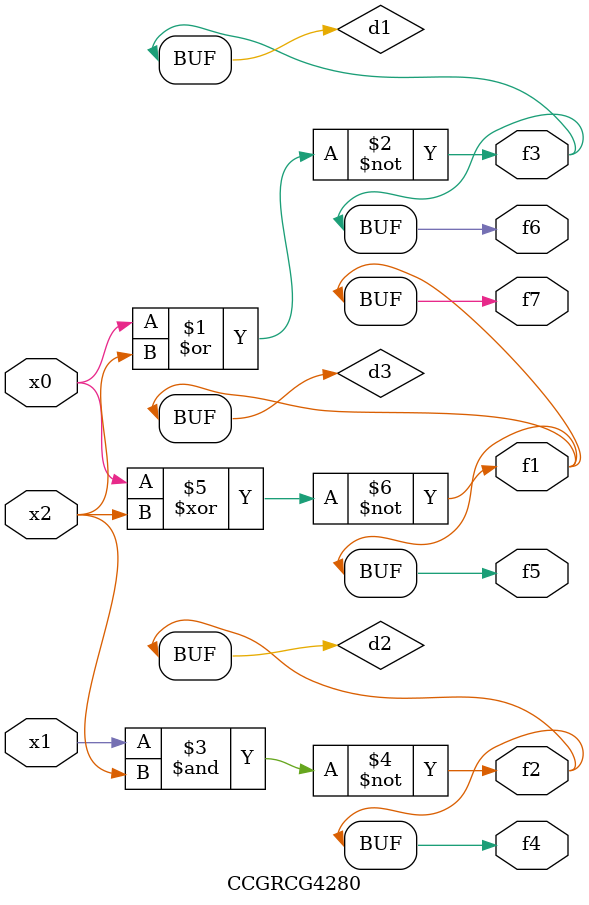
<source format=v>
module CCGRCG4280(
	input x0, x1, x2,
	output f1, f2, f3, f4, f5, f6, f7
);

	wire d1, d2, d3;

	nor (d1, x0, x2);
	nand (d2, x1, x2);
	xnor (d3, x0, x2);
	assign f1 = d3;
	assign f2 = d2;
	assign f3 = d1;
	assign f4 = d2;
	assign f5 = d3;
	assign f6 = d1;
	assign f7 = d3;
endmodule

</source>
